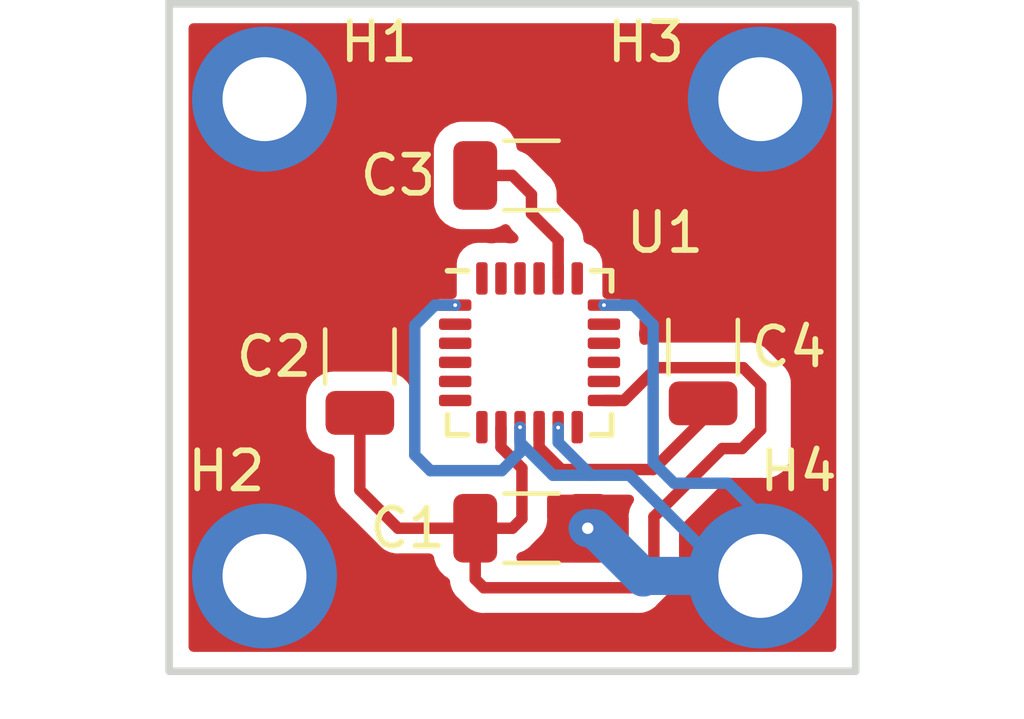
<source format=kicad_pcb>
(kicad_pcb (version 20211014) (generator pcbnew)
  (layers (0 "F.Cu" signal) (31 "B.Cu" signal) (34 "B.Paste" user) (35 "F.Paste" user) (36 "B.SilkS" user "B.Silkscreen") (37 "F.SilkS" user "F.Silkscreen") (38 "B.Mask" user) (39 "F.Mask" user) (44 "Edge.Cuts" user))
  (net 0 "")
  (net 1 "+3V3")
  (net 2 "GND")
  (net 3 "Net-(C3-Pad1)")
  (net 4 "Net-(C4-Pad1)")
  (footprint "Capacitor_SMD:C_1206_3216Metric" (layer "F.Cu") (at 142.75 81.75)
    (fp_text reference "C3" (at -3.5 0) (layer "F.SilkS"))
    (fp_text value "2.2nF")
    (fp_line (start -0.711252 -0.91) (end 0.711252 -0.91) (layer "F.SilkS") (width 0.12))
    (fp_line (start -0.711252 0.91) (end 0.711252 0.91) (layer "F.SilkS") (width 0.12))
    (pad "1" smd roundrect (at -1.475 0) (size 1.15 1.8) (layers "F.Cu" "F.Paste" "F.Mask") (roundrect_rratio 0.217391) (net 3 "Net-(C3-Pad1)"))
    (pad "2" smd roundrect (at 1.475 0) (size 1.15 1.8) (layers "F.Cu" "F.Paste" "F.Mask") (roundrect_rratio 0.217391) (net 2 "GND"))
  )
  (footprint "Capacitor_SMD:C_1206_3216Metric" (layer "F.Cu") (at 138.25 86.5 90)
    (fp_text reference "C2" (at 0 -2.25 180) (layer "F.SilkS"))
    (fp_text value "0.1uF")
    (fp_line (start -0.711252 -0.91) (end 0.711252 -0.91) (layer "F.SilkS") (width 0.12))
    (fp_line (start -0.711252 0.91) (end 0.711252 0.91) (layer "F.SilkS") (width 0.12))
    (pad "1" smd roundrect (at -1.475 0 90) (size 1.15 1.8) (layers "F.Cu" "F.Paste" "F.Mask") (roundrect_rratio 0.217391) (net 1 "+3V3"))
    (pad "2" smd roundrect (at 1.475 0 90) (size 1.15 1.8) (layers "F.Cu" "F.Paste" "F.Mask") (roundrect_rratio 0.217391) (net 2 "GND"))
  )
  (footprint "Capacitor_SMD:C_1206_3216Metric" (layer "F.Cu") (at 147.25 86.25 90)
    (fp_text reference "C4" (at 0 2.25 180) (layer "F.SilkS"))
    (fp_text value "0.1uF")
    (fp_line (start -0.711252 0.91) (end 0.711252 0.91) (layer "F.SilkS") (width 0.12))
    (fp_line (start -0.711252 -0.91) (end 0.711252 -0.91) (layer "F.SilkS") (width 0.12))
    (pad "1" smd roundrect (at -1.475 0 90) (size 1.15 1.8) (layers "F.Cu" "F.Paste" "F.Mask") (roundrect_rratio 0.217391) (net 4 "Net-(C4-Pad1)"))
    (pad "2" smd roundrect (at 1.475 0 90) (size 1.15 1.8) (layers "F.Cu" "F.Paste" "F.Mask") (roundrect_rratio 0.217391) (net 2 "GND"))
  )
  (footprint "Capacitor_SMD:C_1206_3216Metric" (layer "F.Cu") (at 142.75 91)
    (fp_text reference "C1" (at -3.25 0) (layer "F.SilkS"))
    (fp_text value "0.1uF")
    (fp_line (start -0.711252 -0.91) (end 0.711252 -0.91) (layer "F.SilkS") (width 0.12))
    (fp_line (start -0.711252 0.91) (end 0.711252 0.91) (layer "F.SilkS") (width 0.12))
    (pad "1" smd roundrect (at -1.475 0) (size 1.15 1.8) (layers "F.Cu" "F.Paste" "F.Mask") (roundrect_rratio 0.217391) (net 1 "+3V3"))
    (pad "2" smd roundrect (at 1.475 0) (size 1.15 1.8) (layers "F.Cu" "F.Paste" "F.Mask") (roundrect_rratio 0.217391) (net 2 "GND"))
  )
  (footprint "MountingHole:MountingHole_2.2mm_M2_DIN965_Pad" (layer "F.Cu") (at 135.75 92.25)
    (fp_text reference "H2" (at -1 -2.75) (layer "F.SilkS"))
    (fp_text value "MountingHole_Pad")
    (pad "1" thru_hole circle (at 0 0) (size 3.8 3.8) (drill 2.2) (layers *.Cu *.Mask) (net 2 "GND"))
  )
  (footprint "MountingHole:MountingHole_2.2mm_M2_DIN965_Pad" (layer "F.Cu") (at 148.75 92.25)
    (fp_text reference "H4" (at 1 -2.75) (layer "F.SilkS"))
    (fp_text value "MountingHole_Pad")
    (pad "1" thru_hole circle (at 0 0) (size 3.8 3.8) (drill 2.2) (layers *.Cu *.Mask) (net 2 "GND"))
  )
  (footprint "Sensor_Motion:InvenSense_QFN-24_4x4mm_P0.5mm" (layer "F.Cu") (at 142.7 86.4)
    (fp_text reference "U1" (at 3.55 -3.15) (layer "F.SilkS"))
    (fp_text value "MPU-6050")
    (fp_line (start 2.15 -2.15) (end 1.625 -2.15) (layer "F.SilkS") (width 0.15))
    (fp_line (start 2.15 -2.15) (end 2.15 -1.625) (layer "F.SilkS") (width 0.15))
    (fp_line (start 2.15 2.15) (end 2.15 1.625) (layer "F.SilkS") (width 0.15))
    (fp_line (start -2.15 -2.15) (end -1.625 -2.15) (layer "F.SilkS") (width 0.15))
    (fp_line (start -2.15 2.15) (end -2.15 1.625) (layer "F.SilkS") (width 0.15))
    (fp_line (start -2.15 2.15) (end -1.625 2.15) (layer "F.SilkS") (width 0.15))
    (fp_line (start 2.15 2.15) (end 1.625 2.15) (layer "F.SilkS") (width 0.15))
    (pad "1" smd roundrect (at -1.95 -1.25) (size 0.85 0.3) (layers "F.Cu" "F.Paste" "F.Mask") (net 2 "GND"))
    (pad "2" smd roundrect (at -1.95 -0.75) (size 0.85 0.3) (layers "F.Cu" "F.Paste" "F.Mask"))
    (pad "3" smd roundrect (at -1.95 -0.25) (size 0.85 0.3) (layers "F.Cu" "F.Paste" "F.Mask"))
    (pad "4" smd roundrect (at -1.95 0.25) (size 0.85 0.3) (layers "F.Cu" "F.Paste" "F.Mask"))
    (pad "5" smd roundrect (at -1.95 0.75) (size 0.85 0.3) (layers "F.Cu" "F.Paste" "F.Mask"))
    (pad "6" smd roundrect (at -1.95 1.25) (size 0.85 0.3) (layers "F.Cu" "F.Paste" "F.Mask"))
    (pad "7" smd roundrect (at -1.25 1.95 90) (size 0.85 0.3) (layers "F.Cu" "F.Paste" "F.Mask"))
    (pad "8" smd roundrect (at -0.75 1.95 90) (size 0.85 0.3) (layers "F.Cu" "F.Paste" "F.Mask") (net 1 "+3V3"))
    (pad "9" smd roundrect (at -0.25 1.95 90) (size 0.85 0.3) (layers "F.Cu" "F.Paste" "F.Mask") (net 2 "GND"))
    (pad "10" smd roundrect (at 0.25 1.95 90) (size 0.85 0.3) (layers "F.Cu" "F.Paste" "F.Mask") (net 4 "Net-(C4-Pad1)"))
    (pad "11" smd roundrect (at 0.75 1.95 90) (size 0.85 0.3) (layers "F.Cu" "F.Paste" "F.Mask") (net 2 "GND"))
    (pad "12" smd roundrect (at 1.25 1.95 90) (size 0.85 0.3) (layers "F.Cu" "F.Paste" "F.Mask"))
    (pad "13" smd roundrect (at 1.95 1.25) (size 0.85 0.3) (layers "F.Cu" "F.Paste" "F.Mask") (net 1 "+3V3"))
    (pad "14" smd roundrect (at 1.95 0.75) (size 0.85 0.3) (layers "F.Cu" "F.Paste" "F.Mask"))
    (pad "15" smd roundrect (at 1.95 0.25) (size 0.85 0.3) (layers "F.Cu" "F.Paste" "F.Mask"))
    (pad "16" smd roundrect (at 1.95 -0.25) (size 0.85 0.3) (layers "F.Cu" "F.Paste" "F.Mask"))
    (pad "17" smd roundrect (at 1.95 -0.75) (size 0.85 0.3) (layers "F.Cu" "F.Paste" "F.Mask"))
    (pad "18" smd roundrect (at 1.95 -1.25) (size 0.85 0.3) (layers "F.Cu" "F.Paste" "F.Mask") (net 2 "GND"))
    (pad "19" smd roundrect (at 1.25 -1.95 90) (size 0.85 0.3) (layers "F.Cu" "F.Paste" "F.Mask"))
    (pad "20" smd roundrect (at 0.75 -1.95 90) (size 0.85 0.3) (layers "F.Cu" "F.Paste" "F.Mask") (net 3 "Net-(C3-Pad1)"))
    (pad "21" smd roundrect (at 0.25 -1.95 90) (size 0.85 0.3) (layers "F.Cu" "F.Paste" "F.Mask"))
    (pad "22" smd roundrect (at -0.25 -1.95 90) (size 0.85 0.3) (layers "F.Cu" "F.Paste" "F.Mask"))
    (pad "23" smd roundrect (at -0.75 -1.95 90) (size 0.85 0.3) (layers "F.Cu" "F.Paste" "F.Mask"))
    (pad "24" smd roundrect (at -1.25 -1.95 90) (size 0.85 0.3) (layers "F.Cu" "F.Paste" "F.Mask"))
    (zone (net 0) (net_name "") (layer "F.Cu") (connect_pads (clearance 0)) (min_thickness 0.254)
      (keepout (tracks not_allowed) (vias not_allowed) (pads not_allowed) (copperpour not_allowed) (footprints allowed))
      (fill (thermal_gap 0.508) (thermal_bridge_width 0.508))
      (polygon (pts (xy 141.325 85.075) (xy 144.075 85.075) (xy 144.075 87.725) (xy 141.325 87.725)))
    )
  )
  (footprint "MountingHole:MountingHole_2.2mm_M2_DIN965_Pad" (layer "F.Cu") (at 135.75 79.75)
    (fp_text reference "H1" (at 3 -1.5) (layer "F.SilkS"))
    (fp_text value "MountingHole_Pad")
    (pad "1" thru_hole circle (at 0 0) (size 3.8 3.8) (drill 2.2) (layers *.Cu *.Mask) (net 2 "GND"))
  )
  (footprint "MountingHole:MountingHole_2.2mm_M2_DIN965_Pad" (layer "F.Cu") (at 148.75 79.75)
    (fp_text reference "H3" (at -3 -1.5) (layer "F.SilkS"))
    (fp_text value "MountingHole_Pad")
    (pad "1" thru_hole circle (at 0 0) (size 3.8 3.8) (drill 2.2) (layers *.Cu *.Mask) (net 2 "GND"))
  )
  (gr_rect (start 133.25 77.25) (end 151.25 94.75) (layer "Edge.Cuts") (width 0.2) (fill none))
  (segment (start 139.25 91) (end 141.275 91) (width 0.3) (layer "F.Cu") (net 1))
  (segment (start 138.25 90) (end 139.25 91) (width 0.3) (layer "F.Cu") (net 1))
  (segment (start 141.95 88.35) (end 141.95 88.876041) (width 0.3) (layer "F.Cu") (net 1))
  (segment (start 145.96 92.15) (end 145.55 92.56) (width 0.3) (layer "F.Cu") (net 1))
  (segment (start 146.03 86.79) (end 148.3 86.79) (width 0.3) (layer "F.Cu") (net 1))
  (segment (start 142.25 91) (end 141.275 91) (width 0.3) (layer "F.Cu") (net 1))
  (segment (start 141.5 92.56) (end 141.275 92.335) (width 0.3) (layer "F.Cu") (net 1))
  (segment (start 148.76 88.42) (end 148.27 88.91) (width 0.3) (layer "F.Cu") (net 1))
  (segment (start 141.95 88.876041) (end 142.5 89.426041) (width 0.3) (layer "F.Cu") (net 1))
  (segment (start 148.76 87.25) (end 148.76 88.42) (width 0.3) (layer "F.Cu") (net 1))
  (segment (start 146.03 86.796041) (end 146.03 86.79) (width 0.3) (layer "F.Cu") (net 1))
  (segment (start 142.5 90.75) (end 142.25 91) (width 0.3) (layer "F.Cu") (net 1))
  (segment (start 142.5 89.426041) (end 142.5 90.75) (width 0.3) (layer "F.Cu") (net 1))
  (segment (start 145.55 92.56) (end 141.5 92.56) (width 0.3) (layer "F.Cu") (net 1))
  (segment (start 148.3 86.79) (end 148.76 87.25) (width 0.3) (layer "F.Cu") (net 1))
  (segment (start 148.27 88.91) (end 147.75 88.91) (width 0.3) (layer "F.Cu") (net 1))
  (segment (start 138.25 87.975) (end 138.25 90) (width 0.3) (layer "F.Cu") (net 1))
  (segment (start 141.275 92.335) (end 141.275 91) (width 0.3) (layer "F.Cu") (net 1))
  (segment (start 144.65 87.65) (end 145.176041 87.65) (width 0.3) (layer "F.Cu") (net 1))
  (segment (start 147.75 88.91) (end 145.96 90.7) (width 0.3) (layer "F.Cu") (net 1))
  (segment (start 145.96 90.7) (end 145.96 92.15) (width 0.3) (layer "F.Cu") (net 1))
  (segment (start 145.176041 87.65) (end 146.03 86.796041) (width 0.3) (layer "F.Cu") (net 1))
  (segment (start 136.25 85) (end 138.225 85) (width 1) (layer "F.Cu") (net 2))
  (segment (start 145.35 85.15) (end 145.75 84.75) (width 0.3) (layer "F.Cu") (net 2))
  (segment (start 144.65 85.15) (end 145.35 85.15) (width 0.3) (layer "F.Cu") (net 2))
  (segment (start 144.225 81.75) (end 146 81.75) (width 1) (layer "F.Cu") (net 2))
  (segment (start 140.75 85.15) (end 138.375 85.15) (width 0.3) (layer "F.Cu") (net 2))
  (segment (start 145.75 84.75) (end 147.225 84.75) (width 0.3) (layer "F.Cu") (net 2))
  (segment (start 147.225 84.75) (end 147.25 84.775) (width 0.3) (layer "F.Cu") (net 2))
  (segment (start 135.75 92.25) (end 135.75 85.5) (width 1) (layer "F.Cu") (net 2))
  (segment (start 135.75 85.5) (end 136.25 85) (width 1) (layer "F.Cu") (net 2))
  (segment (start 145.5 79.75) (end 148.75 79.75) (width 1) (layer "F.Cu") (net 2))
  (segment (start 146 81.75) (end 147.25 83) (width 1) (layer "F.Cu") (net 2))
  (segment (start 138.25 82.25) (end 138.25 85.025) (width 1) (layer "F.Cu") (net 2))
  (segment (start 147.25 83) (end 147.25 84.775) (width 1) (layer "F.Cu") (net 2))
  (segment (start 144.225 81.025) (end 145.5 79.75) (width 1) (layer "F.Cu") (net 2))
  (segment (start 138.375 85.15) (end 138.25 85.025) (width 0.3) (layer "F.Cu") (net 2))
  (segment (start 144.225 91) (end 144.25 91) (width 1) (layer "F.Cu") (net 2))
  (segment (start 138.225 85) (end 138.25 85.025) (width 1) (layer "F.Cu") (net 2))
  (segment (start 144.225 81.75) (end 144.225 81.025) (width 1) (layer "F.Cu") (net 2))
  (segment (start 135.75 79.75) (end 138.25 82.25) (width 1) (layer "F.Cu") (net 2))
  (via (at 143.45 88.36) (size 0.3) (drill 0.1) (layers "F.Cu" "B.Cu") (net 2))
  (via (at 142.45 88.35) (size 0.3) (drill 0.1) (layers "F.Cu" "B.Cu") (net 2))
  (via (at 144.65 85.15) (size 0.3) (drill 0.1) (layers "F.Cu" "B.Cu") (net 2))
  (via (at 144.225 91) (size 1) (drill 0.3) (layers "F.Cu" "B.Cu") (net 2))
  (via (at 140.75 85.15) (size 0.3) (drill 0.1) (layers "F.Cu" "B.Cu") (net 2))
  (segment (start 143.31 89.61) (end 144.31 89.61) (width 0.3) (layer "B.Cu") (net 2))
  (segment (start 144.31 89.61) (end 145.32 89.61) (width 0.3) (layer "B.Cu") (net 2))
  (segment (start 146.49 89.82) (end 147.9 89.82) (width 0.3) (layer "B.Cu") (net 2))
  (segment (start 144.39 91) (end 145.68 92.29) (width 1) (layer "B.Cu") (net 2))
  (segment (start 139.69 85.68) (end 140.22 85.15) (width 0.3) (layer "B.Cu") (net 2))
  (segment (start 147.96 92.25) (end 148.75 92.25) (width 0.3) (layer "B.Cu") (net 2))
  (segment (start 147.9 89.82) (end 148.75 90.67) (width 0.3) (layer "B.Cu") (net 2))
  (segment (start 144.65 85.15) (end 145.42 85.15) (width 0.3) (layer "B.Cu") (net 2))
  (segment (start 141.97 89.49) (end 140.1 89.49) (width 0.3) (layer "B.Cu") (net 2))
  (segment (start 140.1 89.49) (end 139.69 89.08) (width 0.3) (layer "B.Cu") (net 2))
  (segment (start 142.45 88.35) (end 142.45 88.75) (width 0.3) (layer "B.Cu") (net 2))
  (segment (start 143.45 88.36) (end 143.45 88.75) (width 0.3) (layer "B.Cu") (net 2))
  (segment (start 143.45 88.75) (end 144.31 89.61) (width 0.3) (layer "B.Cu") (net 2))
  (segment (start 148.75 90.67) (end 148.75 92.25) (width 0.3) (layer "B.Cu") (net 2))
  (segment (start 140.22 85.15) (end 140.75 85.15) (width 0.3) (layer "B.Cu") (net 2))
  (segment (start 145.94 85.67) (end 145.94 89.27) (width 0.3) (layer "B.Cu") (net 2))
  (segment (start 145.32 89.61) (end 147.96 92.25) (width 0.3) (layer "B.Cu") (net 2))
  (segment (start 144.225 91) (end 144.39 91) (width 1) (layer "B.Cu") (net 2))
  (segment (start 145.42 85.15) (end 145.94 85.67) (width 0.3) (layer "B.Cu") (net 2))
  (segment (start 145.72 92.25) (end 148.75 92.25) (width 1) (layer "B.Cu") (net 2))
  (segment (start 145.94 89.27) (end 146.49 89.82) (width 0.3) (layer "B.Cu") (net 2))
  (segment (start 142.45 89.01) (end 141.97 89.49) (width 0.3) (layer "B.Cu") (net 2))
  (segment (start 139.69 89.08) (end 139.69 85.68) (width 0.3) (layer "B.Cu") (net 2))
  (segment (start 142.45 88.35) (end 142.45 89.01) (width 0.3) (layer "B.Cu") (net 2))
  (segment (start 142.45 88.75) (end 143.31 89.61) (width 0.3) (layer "B.Cu") (net 2))
  (segment (start 145.68 92.29) (end 145.72 92.25) (width 1) (layer "B.Cu") (net 2))
  (segment (start 142.75 82.25) (end 142.25 81.75) (width 0.3) (layer "F.Cu") (net 3))
  (segment (start 143.45 84.45) (end 143.45 83.45) (width 0.3) (layer "F.Cu") (net 3))
  (segment (start 143.45 83.45) (end 142.75 82.75) (width 0.3) (layer "F.Cu") (net 3))
  (segment (start 142.25 81.75) (end 141.275 81.75) (width 0.3) (layer "F.Cu") (net 3))
  (segment (start 142.75 82.75) (end 142.75 82.25) (width 0.3) (layer "F.Cu") (net 3))
  (segment (start 143.52 89.446041) (end 143.52 89.46) (width 0.3) (layer "F.Cu") (net 4))
  (segment (start 143.52 89.46) (end 145.94 89.46) (width 0.3) (layer "F.Cu") (net 4))
  (segment (start 145.94 89.46) (end 147.25 88.15) (width 0.3) (layer "F.Cu") (net 4))
  (segment (start 142.95 88.15) (end 142.95 88.876041) (width 0.3) (layer "F.Cu") (net 4))
  (segment (start 142.95 88.876041) (end 143.52 89.446041) (width 0.3) (layer "F.Cu") (net 4))
  (segment (start 147.25 88.15) (end 147.25 87.725) (width 0.3) (layer "F.Cu") (net 4))
  (zone (net 2) (net_name "GND") (layer "F.Cu") (connect_pads yes (clearance 0.508)) (min_thickness 0.254) (fill yes (thermal_gap 0.508) (thermal_bridge_width 0.508))
    (polygon (pts (xy 150.94 94.4) (xy 133.56 94.4) (xy 133.56 77.37) (xy 150.94 77.37)))
  )
)
</source>
